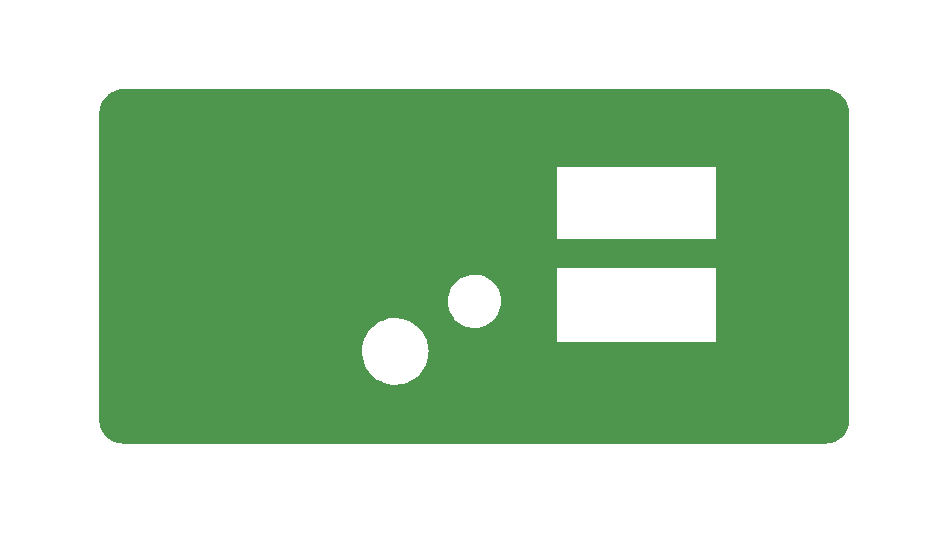
<source format=gbr>
%TF.GenerationSoftware,KiCad,Pcbnew,(6.0.6)*%
%TF.CreationDate,2022-11-01T14:59:24+00:00*%
%TF.ProjectId,frontcase,66726f6e-7463-4617-9365-2e6b69636164,rev?*%
%TF.SameCoordinates,Original*%
%TF.FileFunction,Copper,L2,Bot*%
%TF.FilePolarity,Positive*%
%FSLAX46Y46*%
G04 Gerber Fmt 4.6, Leading zero omitted, Abs format (unit mm)*
G04 Created by KiCad (PCBNEW (6.0.6)) date 2022-11-01 14:59:24*
%MOMM*%
%LPD*%
G01*
G04 APERTURE LIST*
%TA.AperFunction,ComponentPad*%
%ADD10C,5.000000*%
%TD*%
%TA.AperFunction,ComponentPad*%
%ADD11C,13.000000*%
%TD*%
G04 APERTURE END LIST*
D10*
%TO.P,REF\u002A\u002A,1*%
%TO.N,GND*%
X169750000Y-107500000D03*
X118250000Y-86000000D03*
X118250000Y-107500000D03*
X169750000Y-86000000D03*
D11*
%TO.P,REF\u002A\u002A,2*%
X127200000Y-96600000D03*
%TD*%
%TA.AperFunction,Conductor*%
%TO.N,GND*%
G36*
X173754122Y-81001270D02*
G01*
X173917113Y-81011953D01*
X173917430Y-81011975D01*
X174007453Y-81018413D01*
X174023042Y-81020513D01*
X174165622Y-81048874D01*
X174167823Y-81049332D01*
X174239488Y-81064921D01*
X174275795Y-81072819D01*
X174289502Y-81076624D01*
X174423370Y-81122066D01*
X174426875Y-81123314D01*
X174534080Y-81163299D01*
X174545769Y-81168347D01*
X174613557Y-81201776D01*
X174671129Y-81230167D01*
X174675748Y-81232565D01*
X174728077Y-81261139D01*
X174777492Y-81288122D01*
X174787107Y-81293944D01*
X174862445Y-81344282D01*
X174902694Y-81371177D01*
X174908174Y-81375054D01*
X174974383Y-81424617D01*
X175001478Y-81444901D01*
X175009046Y-81451036D01*
X175113336Y-81542496D01*
X175119353Y-81548133D01*
X175201867Y-81630647D01*
X175207504Y-81636664D01*
X175298964Y-81740954D01*
X175305097Y-81748519D01*
X175374946Y-81841826D01*
X175378830Y-81847315D01*
X175456056Y-81962893D01*
X175461878Y-81972508D01*
X175488861Y-82021923D01*
X175517435Y-82074252D01*
X175519843Y-82078890D01*
X175581653Y-82204231D01*
X175586703Y-82215925D01*
X175626677Y-82323099D01*
X175627932Y-82326625D01*
X175673376Y-82460498D01*
X175677182Y-82474210D01*
X175700668Y-82582177D01*
X175701126Y-82584378D01*
X175729487Y-82726958D01*
X175731587Y-82742547D01*
X175738025Y-82832570D01*
X175738047Y-82832887D01*
X175748730Y-82995877D01*
X175749000Y-83004118D01*
X175749000Y-108995882D01*
X175748730Y-109004122D01*
X175738047Y-109167113D01*
X175738025Y-109167430D01*
X175731587Y-109257451D01*
X175729487Y-109273042D01*
X175701126Y-109415622D01*
X175700668Y-109417823D01*
X175677182Y-109525790D01*
X175673376Y-109539502D01*
X175627934Y-109673370D01*
X175626677Y-109676901D01*
X175586703Y-109784075D01*
X175581653Y-109795769D01*
X175519843Y-109921110D01*
X175517435Y-109925748D01*
X175488861Y-109978077D01*
X175461878Y-110027492D01*
X175456056Y-110037107D01*
X175378830Y-110152685D01*
X175374946Y-110158174D01*
X175325383Y-110224383D01*
X175305099Y-110251478D01*
X175298964Y-110259046D01*
X175207504Y-110363336D01*
X175201867Y-110369353D01*
X175119353Y-110451867D01*
X175113336Y-110457504D01*
X175009046Y-110548964D01*
X175001478Y-110555099D01*
X174908174Y-110624946D01*
X174902694Y-110628823D01*
X174862445Y-110655718D01*
X174787107Y-110706056D01*
X174777492Y-110711878D01*
X174728077Y-110738861D01*
X174675748Y-110767435D01*
X174671129Y-110769833D01*
X174613557Y-110798224D01*
X174545769Y-110831653D01*
X174534080Y-110836701D01*
X174426875Y-110876686D01*
X174423375Y-110877932D01*
X174289502Y-110923376D01*
X174275795Y-110927181D01*
X174239488Y-110935079D01*
X174167823Y-110950668D01*
X174165622Y-110951126D01*
X174023042Y-110979487D01*
X174007453Y-110981587D01*
X173917430Y-110988025D01*
X173917113Y-110988047D01*
X173754122Y-110998730D01*
X173745882Y-110999000D01*
X114254118Y-110999000D01*
X114245878Y-110998730D01*
X114082887Y-110988047D01*
X114082570Y-110988025D01*
X113992547Y-110981587D01*
X113976958Y-110979487D01*
X113834378Y-110951126D01*
X113832177Y-110950668D01*
X113760512Y-110935079D01*
X113724205Y-110927181D01*
X113710498Y-110923376D01*
X113576625Y-110877932D01*
X113573125Y-110876686D01*
X113465920Y-110836701D01*
X113454231Y-110831653D01*
X113386443Y-110798224D01*
X113328871Y-110769833D01*
X113324252Y-110767435D01*
X113271923Y-110738861D01*
X113222508Y-110711878D01*
X113212893Y-110706056D01*
X113137871Y-110655928D01*
X113097302Y-110628821D01*
X113091830Y-110624950D01*
X112998513Y-110555094D01*
X112990971Y-110548979D01*
X112886648Y-110457490D01*
X112880647Y-110451868D01*
X112798132Y-110369353D01*
X112792510Y-110363352D01*
X112701021Y-110259029D01*
X112694902Y-110251481D01*
X112694900Y-110251478D01*
X112625050Y-110158170D01*
X112621172Y-110152688D01*
X112543944Y-110037107D01*
X112538122Y-110027492D01*
X112511139Y-109978077D01*
X112482565Y-109925748D01*
X112480157Y-109921110D01*
X112418347Y-109795769D01*
X112413297Y-109784075D01*
X112373323Y-109676901D01*
X112372066Y-109673370D01*
X112326624Y-109539502D01*
X112322818Y-109525790D01*
X112299332Y-109417823D01*
X112298874Y-109415622D01*
X112270513Y-109273042D01*
X112268413Y-109257451D01*
X112261975Y-109167430D01*
X112261953Y-109167113D01*
X112251270Y-109004122D01*
X112251000Y-108995882D01*
X112251000Y-103111341D01*
X134478817Y-103111341D01*
X134478912Y-103114971D01*
X134478912Y-103114972D01*
X134481139Y-103200000D01*
X134487323Y-103436187D01*
X134533110Y-103757903D01*
X134615571Y-104072224D01*
X134733612Y-104374984D01*
X134735309Y-104378189D01*
X134860330Y-104614313D01*
X134885669Y-104662171D01*
X135069727Y-104929977D01*
X135072104Y-104932701D01*
X135072108Y-104932707D01*
X135243693Y-105129397D01*
X135283347Y-105174853D01*
X135523695Y-105393554D01*
X135787588Y-105583180D01*
X136071527Y-105741218D01*
X136371749Y-105865574D01*
X136375243Y-105866569D01*
X136375245Y-105866570D01*
X136680773Y-105953602D01*
X136680778Y-105953603D01*
X136684274Y-105954599D01*
X136687855Y-105955185D01*
X136687862Y-105955187D01*
X137001380Y-106006528D01*
X137001384Y-106006528D01*
X137004960Y-106007114D01*
X137008586Y-106007285D01*
X137325930Y-106022250D01*
X137325931Y-106022250D01*
X137329557Y-106022421D01*
X137340043Y-106021706D01*
X137650132Y-106000567D01*
X137650140Y-106000566D01*
X137653763Y-106000319D01*
X137657339Y-105999656D01*
X137657341Y-105999656D01*
X137969714Y-105941761D01*
X137969718Y-105941760D01*
X137973279Y-105941100D01*
X138283871Y-105845550D01*
X138581423Y-105714934D01*
X138861990Y-105550984D01*
X139121853Y-105355872D01*
X139357569Y-105132186D01*
X139566013Y-104882890D01*
X139744423Y-104611288D01*
X139890432Y-104320980D01*
X140002107Y-104015814D01*
X140002952Y-104012292D01*
X140002955Y-104012284D01*
X140077120Y-103703364D01*
X140077121Y-103703360D01*
X140077967Y-103699835D01*
X140109872Y-103436187D01*
X140116670Y-103380010D01*
X140116670Y-103380003D01*
X140117006Y-103377231D01*
X140122576Y-103200000D01*
X140122415Y-103197204D01*
X140104079Y-102879201D01*
X140104078Y-102879196D01*
X140103870Y-102875581D01*
X140048000Y-102555462D01*
X140021506Y-102466018D01*
X140010068Y-102427406D01*
X140001950Y-102400000D01*
X150998918Y-102400000D01*
X150999000Y-102400198D01*
X150999235Y-102400765D01*
X151000000Y-102401082D01*
X151000198Y-102401000D01*
X164499802Y-102401000D01*
X164500000Y-102401082D01*
X164500765Y-102400765D01*
X164501000Y-102400198D01*
X164501082Y-102400000D01*
X164501000Y-102399802D01*
X164501000Y-96100198D01*
X164501082Y-96100000D01*
X164500765Y-96099235D01*
X164500198Y-96099000D01*
X164500000Y-96098918D01*
X164499802Y-96099000D01*
X151000198Y-96099000D01*
X151000000Y-96098918D01*
X150999802Y-96099000D01*
X150999235Y-96099235D01*
X150998918Y-96100000D01*
X150999000Y-96100198D01*
X150999000Y-102399802D01*
X150998918Y-102400000D01*
X140001950Y-102400000D01*
X139955707Y-102243886D01*
X139954286Y-102240555D01*
X139954283Y-102240546D01*
X139829637Y-101948317D01*
X139828215Y-101944983D01*
X139667211Y-101662715D01*
X139474832Y-101400822D01*
X139253627Y-101162777D01*
X139095150Y-101027425D01*
X139009299Y-100954101D01*
X139009294Y-100954097D01*
X139006527Y-100951734D01*
X138993878Y-100943234D01*
X138739816Y-100772511D01*
X138739812Y-100772509D01*
X138736808Y-100770490D01*
X138448045Y-100621449D01*
X138444664Y-100620171D01*
X138444654Y-100620167D01*
X138201050Y-100528117D01*
X138144065Y-100506584D01*
X138140544Y-100505700D01*
X138140539Y-100505698D01*
X137989664Y-100467801D01*
X137828898Y-100427420D01*
X137805319Y-100424316D01*
X137510324Y-100385478D01*
X137510316Y-100385477D01*
X137506720Y-100385004D01*
X137372076Y-100382889D01*
X137185445Y-100379957D01*
X137185441Y-100379957D01*
X137181803Y-100379900D01*
X137178189Y-100380261D01*
X137178183Y-100380261D01*
X137057336Y-100392324D01*
X136858452Y-100412175D01*
X136854906Y-100412948D01*
X136854907Y-100412948D01*
X136544492Y-100480628D01*
X136544486Y-100480630D01*
X136540953Y-100481400D01*
X136413784Y-100524940D01*
X136236947Y-100585485D01*
X136236942Y-100585487D01*
X136233516Y-100586660D01*
X136230248Y-100588219D01*
X136230240Y-100588222D01*
X136080866Y-100659470D01*
X135940214Y-100726558D01*
X135664935Y-100899240D01*
X135662099Y-100901512D01*
X135662092Y-100901517D01*
X135461330Y-101062358D01*
X135411328Y-101102417D01*
X135182754Y-101333397D01*
X134982244Y-101589118D01*
X134812454Y-101866190D01*
X134810927Y-101869480D01*
X134810922Y-101869489D01*
X134696956Y-102115007D01*
X134675635Y-102160940D01*
X134573601Y-102469464D01*
X134507704Y-102787670D01*
X134478817Y-103111341D01*
X112251000Y-103111341D01*
X112251000Y-98997236D01*
X141744958Y-98997236D01*
X141771014Y-99295065D01*
X141836232Y-99586832D01*
X141939464Y-99867410D01*
X142078898Y-100131870D01*
X142252084Y-100375565D01*
X142301263Y-100428303D01*
X142450390Y-100588222D01*
X142455979Y-100594216D01*
X142687000Y-100783979D01*
X142941090Y-100941521D01*
X143213783Y-101064074D01*
X143334781Y-101100145D01*
X143496290Y-101148293D01*
X143496292Y-101148293D01*
X143500289Y-101149485D01*
X143504409Y-101150138D01*
X143504411Y-101150138D01*
X143569342Y-101160422D01*
X143795575Y-101196254D01*
X143838135Y-101198187D01*
X143887659Y-101200436D01*
X143887678Y-101200436D01*
X143889078Y-101200500D01*
X144075834Y-101200500D01*
X144298309Y-101185723D01*
X144591377Y-101126630D01*
X144874056Y-101029296D01*
X144877789Y-101027427D01*
X144877793Y-101027425D01*
X145137640Y-100897303D01*
X145137642Y-100897302D01*
X145141378Y-100895431D01*
X145388647Y-100727387D01*
X145611520Y-100528117D01*
X145806079Y-100301120D01*
X145968908Y-100050386D01*
X146097145Y-99780319D01*
X146188538Y-99495664D01*
X146241480Y-99201422D01*
X146250564Y-99001389D01*
X146254853Y-98906934D01*
X146254853Y-98906929D01*
X146255042Y-98902764D01*
X146228986Y-98604935D01*
X146163768Y-98313168D01*
X146060536Y-98032590D01*
X145921102Y-97768130D01*
X145747916Y-97524435D01*
X145544021Y-97305784D01*
X145313000Y-97116021D01*
X145058910Y-96958479D01*
X144786217Y-96835926D01*
X144573603Y-96772543D01*
X144503710Y-96751707D01*
X144503708Y-96751707D01*
X144499711Y-96750515D01*
X144495591Y-96749862D01*
X144495589Y-96749862D01*
X144377577Y-96731171D01*
X144204425Y-96703746D01*
X144161865Y-96701813D01*
X144112341Y-96699564D01*
X144112322Y-96699564D01*
X144110922Y-96699500D01*
X143924166Y-96699500D01*
X143701691Y-96714277D01*
X143408623Y-96773370D01*
X143125944Y-96870704D01*
X143122211Y-96872573D01*
X143122207Y-96872575D01*
X142946268Y-96960679D01*
X142858622Y-97004569D01*
X142611353Y-97172613D01*
X142388480Y-97371883D01*
X142193921Y-97598880D01*
X142031092Y-97849614D01*
X141902855Y-98119681D01*
X141811462Y-98404336D01*
X141758520Y-98698578D01*
X141758331Y-98702745D01*
X141758330Y-98702752D01*
X141745147Y-98993066D01*
X141744958Y-98997236D01*
X112251000Y-98997236D01*
X112251000Y-93700000D01*
X150998918Y-93700000D01*
X150999000Y-93700198D01*
X150999235Y-93700765D01*
X151000000Y-93701082D01*
X151000198Y-93701000D01*
X164499802Y-93701000D01*
X164500000Y-93701082D01*
X164500765Y-93700765D01*
X164501000Y-93700198D01*
X164501082Y-93700000D01*
X164501000Y-93699802D01*
X164501000Y-87560198D01*
X164501082Y-87560000D01*
X164500765Y-87559235D01*
X164500198Y-87559000D01*
X164500000Y-87558918D01*
X164499802Y-87559000D01*
X151000198Y-87559000D01*
X151000000Y-87558918D01*
X150999802Y-87559000D01*
X150999235Y-87559235D01*
X150998918Y-87560000D01*
X150999000Y-87560198D01*
X150999000Y-93699802D01*
X150998918Y-93700000D01*
X112251000Y-93700000D01*
X112251000Y-83004118D01*
X112251270Y-82995877D01*
X112261953Y-82832887D01*
X112261975Y-82832570D01*
X112268413Y-82742547D01*
X112270513Y-82726958D01*
X112298874Y-82584378D01*
X112299332Y-82582177D01*
X112322818Y-82474210D01*
X112326624Y-82460498D01*
X112372068Y-82326625D01*
X112373323Y-82323099D01*
X112413297Y-82215925D01*
X112418347Y-82204231D01*
X112480157Y-82078890D01*
X112482565Y-82074252D01*
X112511139Y-82021923D01*
X112538122Y-81972508D01*
X112543944Y-81962893D01*
X112621172Y-81847312D01*
X112625050Y-81841830D01*
X112694906Y-81748513D01*
X112701021Y-81740971D01*
X112792510Y-81636648D01*
X112798132Y-81630647D01*
X112880647Y-81548132D01*
X112886648Y-81542510D01*
X112990971Y-81451021D01*
X112998519Y-81444902D01*
X113091830Y-81375050D01*
X113097302Y-81371179D01*
X113137871Y-81344072D01*
X113212893Y-81293944D01*
X113222508Y-81288122D01*
X113271923Y-81261139D01*
X113324252Y-81232565D01*
X113328871Y-81230167D01*
X113386443Y-81201776D01*
X113454231Y-81168347D01*
X113465920Y-81163299D01*
X113573125Y-81123314D01*
X113576630Y-81122066D01*
X113710498Y-81076624D01*
X113724205Y-81072819D01*
X113760512Y-81064921D01*
X113832177Y-81049332D01*
X113834378Y-81048874D01*
X113976958Y-81020513D01*
X113992547Y-81018413D01*
X114082570Y-81011975D01*
X114082887Y-81011953D01*
X114245878Y-81001270D01*
X114254118Y-81001000D01*
X173745882Y-81001000D01*
X173754122Y-81001270D01*
G37*
%TD.AperFunction*%
%TD*%
%TA.AperFunction,NonConductor*%
G36*
X173754122Y-81001270D02*
G01*
X173917113Y-81011953D01*
X173917430Y-81011975D01*
X174007453Y-81018413D01*
X174023042Y-81020513D01*
X174165622Y-81048874D01*
X174167823Y-81049332D01*
X174239488Y-81064921D01*
X174275795Y-81072819D01*
X174289502Y-81076624D01*
X174423370Y-81122066D01*
X174426875Y-81123314D01*
X174534080Y-81163299D01*
X174545769Y-81168347D01*
X174613557Y-81201776D01*
X174671129Y-81230167D01*
X174675748Y-81232565D01*
X174728077Y-81261139D01*
X174777492Y-81288122D01*
X174787107Y-81293944D01*
X174862445Y-81344282D01*
X174902694Y-81371177D01*
X174908174Y-81375054D01*
X174974383Y-81424617D01*
X175001478Y-81444901D01*
X175009046Y-81451036D01*
X175113336Y-81542496D01*
X175119353Y-81548133D01*
X175201867Y-81630647D01*
X175207504Y-81636664D01*
X175298964Y-81740954D01*
X175305097Y-81748519D01*
X175374946Y-81841826D01*
X175378830Y-81847315D01*
X175456056Y-81962893D01*
X175461878Y-81972508D01*
X175488861Y-82021923D01*
X175517435Y-82074252D01*
X175519843Y-82078890D01*
X175581653Y-82204231D01*
X175586703Y-82215925D01*
X175626677Y-82323099D01*
X175627932Y-82326625D01*
X175673376Y-82460498D01*
X175677182Y-82474210D01*
X175700668Y-82582177D01*
X175701126Y-82584378D01*
X175729487Y-82726958D01*
X175731587Y-82742547D01*
X175738025Y-82832570D01*
X175738047Y-82832887D01*
X175748730Y-82995877D01*
X175749000Y-83004118D01*
X175749000Y-108995882D01*
X175748730Y-109004122D01*
X175738047Y-109167113D01*
X175738025Y-109167430D01*
X175731587Y-109257451D01*
X175729487Y-109273042D01*
X175701126Y-109415622D01*
X175700668Y-109417823D01*
X175677182Y-109525790D01*
X175673376Y-109539502D01*
X175666583Y-109559515D01*
X175627934Y-109673370D01*
X175626686Y-109676875D01*
X175586703Y-109784075D01*
X175581653Y-109795769D01*
X175548224Y-109863557D01*
X175521151Y-109918458D01*
X175519843Y-109921110D01*
X175517435Y-109925748D01*
X175488861Y-109978077D01*
X175461878Y-110027492D01*
X175456056Y-110037107D01*
X175378830Y-110152685D01*
X175374946Y-110158174D01*
X175340031Y-110204815D01*
X175305099Y-110251478D01*
X175298964Y-110259046D01*
X175207504Y-110363336D01*
X175201867Y-110369353D01*
X175119353Y-110451867D01*
X175113336Y-110457504D01*
X175009046Y-110548964D01*
X175001478Y-110555099D01*
X174908174Y-110624946D01*
X174902694Y-110628823D01*
X174862445Y-110655718D01*
X174787107Y-110706056D01*
X174777492Y-110711878D01*
X174728077Y-110738861D01*
X174675748Y-110767435D01*
X174671129Y-110769833D01*
X174613557Y-110798224D01*
X174545769Y-110831653D01*
X174534080Y-110836701D01*
X174426875Y-110876686D01*
X174423375Y-110877932D01*
X174289502Y-110923376D01*
X174275795Y-110927181D01*
X174239488Y-110935079D01*
X174167823Y-110950668D01*
X174165622Y-110951126D01*
X174023042Y-110979487D01*
X174007453Y-110981587D01*
X173917430Y-110988025D01*
X173917113Y-110988047D01*
X173754122Y-110998730D01*
X173745882Y-110999000D01*
X114254118Y-110999000D01*
X114245878Y-110998730D01*
X114082887Y-110988047D01*
X114082570Y-110988025D01*
X113992547Y-110981587D01*
X113976958Y-110979487D01*
X113834378Y-110951126D01*
X113832177Y-110950668D01*
X113760512Y-110935079D01*
X113724205Y-110927181D01*
X113710498Y-110923376D01*
X113576625Y-110877932D01*
X113573125Y-110876686D01*
X113465920Y-110836701D01*
X113454231Y-110831653D01*
X113386443Y-110798224D01*
X113328871Y-110769833D01*
X113324252Y-110767435D01*
X113271923Y-110738861D01*
X113222508Y-110711878D01*
X113212893Y-110706056D01*
X113137871Y-110655928D01*
X113097302Y-110628821D01*
X113091830Y-110624950D01*
X112998513Y-110555094D01*
X112990971Y-110548979D01*
X112886648Y-110457490D01*
X112880647Y-110451868D01*
X112798132Y-110369353D01*
X112792510Y-110363352D01*
X112701021Y-110259029D01*
X112694902Y-110251481D01*
X112694900Y-110251478D01*
X112625050Y-110158170D01*
X112621172Y-110152688D01*
X112543944Y-110037107D01*
X112538122Y-110027492D01*
X112511139Y-109978077D01*
X112482565Y-109925748D01*
X112480157Y-109921110D01*
X112478850Y-109918458D01*
X112451776Y-109863557D01*
X112418347Y-109795769D01*
X112413297Y-109784075D01*
X112373314Y-109676875D01*
X112372066Y-109673370D01*
X112333417Y-109559515D01*
X112326624Y-109539502D01*
X112322818Y-109525790D01*
X112299332Y-109417823D01*
X112298874Y-109415622D01*
X112270513Y-109273042D01*
X112268413Y-109257451D01*
X112261975Y-109167430D01*
X112261953Y-109167113D01*
X112251270Y-109004122D01*
X112251000Y-108995882D01*
X112251000Y-107471669D01*
X115544712Y-107471669D01*
X115560902Y-107796879D01*
X115561543Y-107800610D01*
X115561544Y-107800618D01*
X115576030Y-107884916D01*
X115616045Y-108117789D01*
X115617133Y-108121428D01*
X115617134Y-108121431D01*
X115640697Y-108200218D01*
X115709341Y-108429749D01*
X115839439Y-108728242D01*
X116004455Y-109008944D01*
X116006756Y-109011959D01*
X116199698Y-109264775D01*
X116199703Y-109264781D01*
X116201998Y-109267788D01*
X116429208Y-109501025D01*
X116682792Y-109705276D01*
X116959078Y-109877583D01*
X117254063Y-110015451D01*
X117563474Y-110116881D01*
X117882830Y-110180405D01*
X117886602Y-110180692D01*
X117886610Y-110180693D01*
X118203728Y-110204815D01*
X118203733Y-110204815D01*
X118207505Y-110205102D01*
X118532795Y-110190615D01*
X118853989Y-110137154D01*
X119166434Y-110045493D01*
X119465604Y-109916959D01*
X119468882Y-109915055D01*
X119468888Y-109915052D01*
X119694380Y-109784075D01*
X119747165Y-109753415D01*
X120007040Y-109557230D01*
X120241464Y-109331245D01*
X120243862Y-109328300D01*
X120444643Y-109081678D01*
X120444647Y-109081672D01*
X120447040Y-109078733D01*
X120620792Y-108803354D01*
X120760202Y-108509095D01*
X120863251Y-108200218D01*
X120928446Y-107881199D01*
X120954843Y-107556658D01*
X120955436Y-107500000D01*
X120953728Y-107471669D01*
X167044712Y-107471669D01*
X167060902Y-107796879D01*
X167061543Y-107800610D01*
X167061544Y-107800618D01*
X167076030Y-107884916D01*
X167116045Y-108117789D01*
X167117133Y-108121428D01*
X167117134Y-108121431D01*
X167140697Y-108200218D01*
X167209341Y-108429749D01*
X167339439Y-108728242D01*
X167504455Y-109008944D01*
X167506756Y-109011959D01*
X167699698Y-109264775D01*
X167699703Y-109264781D01*
X167701998Y-109267788D01*
X167929208Y-109501025D01*
X168182792Y-109705276D01*
X168459078Y-109877583D01*
X168754063Y-110015451D01*
X169063474Y-110116881D01*
X169382830Y-110180405D01*
X169386602Y-110180692D01*
X169386610Y-110180693D01*
X169703728Y-110204815D01*
X169703733Y-110204815D01*
X169707505Y-110205102D01*
X170032795Y-110190615D01*
X170353989Y-110137154D01*
X170666434Y-110045493D01*
X170965604Y-109916959D01*
X170968882Y-109915055D01*
X170968888Y-109915052D01*
X171194380Y-109784075D01*
X171247165Y-109753415D01*
X171507040Y-109557230D01*
X171741464Y-109331245D01*
X171743862Y-109328300D01*
X171944643Y-109081678D01*
X171944647Y-109081672D01*
X171947040Y-109078733D01*
X172120792Y-108803354D01*
X172260202Y-108509095D01*
X172363251Y-108200218D01*
X172428446Y-107881199D01*
X172454843Y-107556658D01*
X172455436Y-107500000D01*
X172435841Y-107174977D01*
X172431399Y-107150651D01*
X172378025Y-106858404D01*
X172377342Y-106854663D01*
X172280784Y-106543696D01*
X172147567Y-106246582D01*
X171979621Y-105967624D01*
X171977294Y-105964640D01*
X171977289Y-105964633D01*
X171781713Y-105713858D01*
X171781711Y-105713856D01*
X171779377Y-105710863D01*
X171549738Y-105480018D01*
X171294029Y-105278433D01*
X171015954Y-105109029D01*
X170897453Y-105055150D01*
X170722994Y-104975827D01*
X170722986Y-104975824D01*
X170719542Y-104974258D01*
X170409085Y-104876073D01*
X170267071Y-104849368D01*
X170092805Y-104816597D01*
X170092800Y-104816596D01*
X170089081Y-104815897D01*
X169764166Y-104794601D01*
X169760386Y-104794809D01*
X169760385Y-104794809D01*
X169663156Y-104800160D01*
X169439045Y-104812494D01*
X169435318Y-104813155D01*
X169435314Y-104813155D01*
X169176625Y-104859001D01*
X169118429Y-104869315D01*
X169114804Y-104870420D01*
X169114799Y-104870421D01*
X168929200Y-104926988D01*
X168806961Y-104964244D01*
X168803497Y-104965775D01*
X168803490Y-104965778D01*
X168619938Y-105046926D01*
X168509153Y-105095903D01*
X168505899Y-105097839D01*
X168505893Y-105097842D01*
X168376449Y-105174853D01*
X168229319Y-105262386D01*
X168226318Y-105264701D01*
X168226314Y-105264704D01*
X168108144Y-105355872D01*
X167971513Y-105461282D01*
X167968812Y-105463941D01*
X167968805Y-105463947D01*
X167847685Y-105583180D01*
X167739469Y-105689710D01*
X167737105Y-105692677D01*
X167737102Y-105692680D01*
X167598536Y-105866570D01*
X167536548Y-105944360D01*
X167365690Y-106221544D01*
X167229369Y-106517247D01*
X167228210Y-106520848D01*
X167228207Y-106520854D01*
X167219682Y-106547327D01*
X167129560Y-106827185D01*
X167128841Y-106830901D01*
X167128839Y-106830909D01*
X167068428Y-107143151D01*
X167068427Y-107143160D01*
X167067709Y-107146870D01*
X167067442Y-107150646D01*
X167067441Y-107150651D01*
X167065719Y-107174977D01*
X167044712Y-107471669D01*
X120953728Y-107471669D01*
X120935841Y-107174977D01*
X120931399Y-107150651D01*
X120878025Y-106858404D01*
X120877342Y-106854663D01*
X120780784Y-106543696D01*
X120647567Y-106246582D01*
X120479621Y-105967624D01*
X120477294Y-105964640D01*
X120477289Y-105964633D01*
X120281713Y-105713858D01*
X120281711Y-105713856D01*
X120279377Y-105710863D01*
X120049738Y-105480018D01*
X119794029Y-105278433D01*
X119515954Y-105109029D01*
X119397453Y-105055150D01*
X119222994Y-104975827D01*
X119222986Y-104975824D01*
X119219542Y-104974258D01*
X118909085Y-104876073D01*
X118767071Y-104849368D01*
X118592805Y-104816597D01*
X118592800Y-104816596D01*
X118589081Y-104815897D01*
X118264166Y-104794601D01*
X118260386Y-104794809D01*
X118260385Y-104794809D01*
X118163156Y-104800160D01*
X117939045Y-104812494D01*
X117935318Y-104813155D01*
X117935314Y-104813155D01*
X117676625Y-104859001D01*
X117618429Y-104869315D01*
X117614804Y-104870420D01*
X117614799Y-104870421D01*
X117429200Y-104926988D01*
X117306961Y-104964244D01*
X117303497Y-104965775D01*
X117303490Y-104965778D01*
X117119938Y-105046926D01*
X117009153Y-105095903D01*
X117005899Y-105097839D01*
X117005893Y-105097842D01*
X116876449Y-105174853D01*
X116729319Y-105262386D01*
X116726318Y-105264701D01*
X116726314Y-105264704D01*
X116608144Y-105355872D01*
X116471513Y-105461282D01*
X116468812Y-105463941D01*
X116468805Y-105463947D01*
X116347685Y-105583180D01*
X116239469Y-105689710D01*
X116237105Y-105692677D01*
X116237102Y-105692680D01*
X116098536Y-105866570D01*
X116036548Y-105944360D01*
X115865690Y-106221544D01*
X115729369Y-106517247D01*
X115728210Y-106520848D01*
X115728207Y-106520854D01*
X115719682Y-106547327D01*
X115629560Y-106827185D01*
X115628841Y-106830901D01*
X115628839Y-106830909D01*
X115568428Y-107143151D01*
X115568427Y-107143160D01*
X115567709Y-107146870D01*
X115567442Y-107150646D01*
X115567441Y-107150651D01*
X115565719Y-107174977D01*
X115544712Y-107471669D01*
X112251000Y-107471669D01*
X112251000Y-96635476D01*
X120424621Y-96635476D01*
X120446353Y-97143386D01*
X120450142Y-97175398D01*
X120500679Y-97602382D01*
X120506106Y-97648236D01*
X120506558Y-97650549D01*
X120506558Y-97650551D01*
X120589582Y-98075692D01*
X120603543Y-98147185D01*
X120738118Y-98637424D01*
X120738912Y-98639647D01*
X120738913Y-98639651D01*
X120885498Y-99050177D01*
X120909070Y-99116192D01*
X120910036Y-99118366D01*
X121087065Y-99516916D01*
X121115439Y-99580796D01*
X121356063Y-100028618D01*
X121476836Y-100217829D01*
X121610618Y-100427420D01*
X121629586Y-100457137D01*
X121631009Y-100459036D01*
X121631012Y-100459040D01*
X121753976Y-100623111D01*
X121934469Y-100863943D01*
X122110406Y-101065268D01*
X122228529Y-101200436D01*
X122268996Y-101246743D01*
X122631283Y-101603383D01*
X122633080Y-101604904D01*
X122633083Y-101604907D01*
X123017486Y-101930328D01*
X123019291Y-101931856D01*
X123021196Y-101933238D01*
X123021203Y-101933243D01*
X123041989Y-101948317D01*
X123430835Y-102230312D01*
X123432838Y-102231547D01*
X123432846Y-102231552D01*
X123861584Y-102495830D01*
X123861593Y-102495835D01*
X123863598Y-102497071D01*
X123865704Y-102498160D01*
X123865707Y-102498162D01*
X124313038Y-102729541D01*
X124313045Y-102729544D01*
X124315144Y-102730630D01*
X124317309Y-102731551D01*
X124317317Y-102731555D01*
X124457683Y-102791281D01*
X124782932Y-102929676D01*
X125264326Y-103093088D01*
X125266609Y-103093676D01*
X125266608Y-103093676D01*
X125754328Y-103219355D01*
X125754337Y-103219357D01*
X125756619Y-103219945D01*
X126016224Y-103266422D01*
X126254700Y-103309116D01*
X126254710Y-103309117D01*
X126257037Y-103309534D01*
X126259392Y-103309775D01*
X126259397Y-103309776D01*
X126562498Y-103340831D01*
X126762763Y-103361349D01*
X126824900Y-103363356D01*
X127045066Y-103370468D01*
X127045094Y-103370468D01*
X127046071Y-103370500D01*
X127332438Y-103370500D01*
X127333624Y-103370455D01*
X127333649Y-103370455D01*
X127705648Y-103356489D01*
X127705651Y-103356489D01*
X127708016Y-103356400D01*
X128213173Y-103299291D01*
X128712625Y-103204467D01*
X129058968Y-103111341D01*
X134478817Y-103111341D01*
X134478912Y-103114971D01*
X134478912Y-103114972D01*
X134485358Y-103361125D01*
X134487323Y-103436187D01*
X134533110Y-103757903D01*
X134615571Y-104072224D01*
X134733612Y-104374984D01*
X134735309Y-104378189D01*
X134860330Y-104614313D01*
X134885669Y-104662171D01*
X135069727Y-104929977D01*
X135072104Y-104932701D01*
X135072108Y-104932707D01*
X135227642Y-105110998D01*
X135283347Y-105174853D01*
X135523695Y-105393554D01*
X135787588Y-105583180D01*
X136071527Y-105741218D01*
X136371749Y-105865574D01*
X136375243Y-105866569D01*
X136375245Y-105866570D01*
X136680773Y-105953602D01*
X136680778Y-105953603D01*
X136684274Y-105954599D01*
X136687855Y-105955185D01*
X136687862Y-105955187D01*
X137001380Y-106006528D01*
X137001384Y-106006528D01*
X137004960Y-106007114D01*
X137008586Y-106007285D01*
X137325930Y-106022250D01*
X137325931Y-106022250D01*
X137329557Y-106022421D01*
X137340043Y-106021706D01*
X137650132Y-106000567D01*
X137650140Y-106000566D01*
X137653763Y-106000319D01*
X137657339Y-105999656D01*
X137657341Y-105999656D01*
X137969714Y-105941761D01*
X137969718Y-105941760D01*
X137973279Y-105941100D01*
X138283871Y-105845550D01*
X138581423Y-105714934D01*
X138861990Y-105550984D01*
X139121853Y-105355872D01*
X139357569Y-105132186D01*
X139566013Y-104882890D01*
X139570952Y-104875372D01*
X139742436Y-104614313D01*
X139742436Y-104614312D01*
X139744423Y-104611288D01*
X139890432Y-104320980D01*
X140002107Y-104015814D01*
X140002952Y-104012292D01*
X140002955Y-104012284D01*
X140077120Y-103703364D01*
X140077121Y-103703360D01*
X140077967Y-103699835D01*
X140109872Y-103436187D01*
X140116670Y-103380010D01*
X140116670Y-103380003D01*
X140117006Y-103377231D01*
X140119456Y-103299291D01*
X140122488Y-103202797D01*
X140122576Y-103200000D01*
X140122415Y-103197204D01*
X140104079Y-102879201D01*
X140104078Y-102879196D01*
X140103870Y-102875581D01*
X140048000Y-102555462D01*
X140021506Y-102466018D01*
X140010068Y-102427406D01*
X140001950Y-102400000D01*
X150998918Y-102400000D01*
X150999000Y-102400198D01*
X150999235Y-102400765D01*
X151000000Y-102401082D01*
X151000198Y-102401000D01*
X164499802Y-102401000D01*
X164500000Y-102401082D01*
X164500765Y-102400765D01*
X164501000Y-102400198D01*
X164501082Y-102400000D01*
X164501000Y-102399802D01*
X164501000Y-96100198D01*
X164501082Y-96100000D01*
X164500765Y-96099235D01*
X164500198Y-96099000D01*
X164500000Y-96098918D01*
X164499802Y-96099000D01*
X151000198Y-96099000D01*
X151000000Y-96098918D01*
X150999802Y-96099000D01*
X150999235Y-96099235D01*
X150998918Y-96100000D01*
X150999000Y-96100198D01*
X150999000Y-102399802D01*
X150998918Y-102400000D01*
X140001950Y-102400000D01*
X139955707Y-102243886D01*
X139954286Y-102240555D01*
X139954283Y-102240546D01*
X139829637Y-101948317D01*
X139828215Y-101944983D01*
X139667211Y-101662715D01*
X139624747Y-101604907D01*
X139476975Y-101403739D01*
X139476973Y-101403736D01*
X139474832Y-101400822D01*
X139253627Y-101162777D01*
X139095150Y-101027425D01*
X139009299Y-100954101D01*
X139009294Y-100954097D01*
X139006527Y-100951734D01*
X138993878Y-100943234D01*
X138739816Y-100772511D01*
X138739812Y-100772509D01*
X138736808Y-100770490D01*
X138448045Y-100621449D01*
X138444664Y-100620171D01*
X138444654Y-100620167D01*
X138201050Y-100528117D01*
X138144065Y-100506584D01*
X138140544Y-100505700D01*
X138140539Y-100505698D01*
X137947207Y-100457137D01*
X137828898Y-100427420D01*
X137805319Y-100424316D01*
X137510324Y-100385478D01*
X137510316Y-100385477D01*
X137506720Y-100385004D01*
X137372076Y-100382889D01*
X137185445Y-100379957D01*
X137185441Y-100379957D01*
X137181803Y-100379900D01*
X137178189Y-100380261D01*
X137178183Y-100380261D01*
X137057336Y-100392324D01*
X136858452Y-100412175D01*
X136854906Y-100412948D01*
X136854907Y-100412948D01*
X136544492Y-100480628D01*
X136544486Y-100480630D01*
X136540953Y-100481400D01*
X136413784Y-100524940D01*
X136236947Y-100585485D01*
X136236942Y-100585487D01*
X136233516Y-100586660D01*
X136230248Y-100588219D01*
X136230240Y-100588222D01*
X136080866Y-100659470D01*
X135940214Y-100726558D01*
X135664935Y-100899240D01*
X135662099Y-100901512D01*
X135662092Y-100901517D01*
X135461330Y-101062358D01*
X135411328Y-101102417D01*
X135182754Y-101333397D01*
X134982244Y-101589118D01*
X134812454Y-101866190D01*
X134810927Y-101869480D01*
X134810922Y-101869489D01*
X134696956Y-102115007D01*
X134675635Y-102160940D01*
X134573601Y-102469464D01*
X134507704Y-102787670D01*
X134497320Y-102904018D01*
X134480394Y-103093676D01*
X134478817Y-103111341D01*
X129058968Y-103111341D01*
X129203562Y-103072462D01*
X129612790Y-102928751D01*
X129680990Y-102904801D01*
X129680995Y-102904799D01*
X129683219Y-102904018D01*
X130148896Y-102700085D01*
X130533853Y-102495830D01*
X130595890Y-102462914D01*
X130595896Y-102462910D01*
X130597972Y-102461809D01*
X130694219Y-102401082D01*
X130792857Y-102338845D01*
X131027918Y-102190533D01*
X131029799Y-102189138D01*
X131029813Y-102189129D01*
X131434420Y-101889188D01*
X131436314Y-101887784D01*
X131765216Y-101603383D01*
X131819070Y-101556816D01*
X131819075Y-101556812D01*
X131820861Y-101555267D01*
X132179393Y-101194852D01*
X132435575Y-100895431D01*
X132508365Y-100810355D01*
X132508366Y-100810354D01*
X132509893Y-100808569D01*
X132526310Y-100786180D01*
X132713486Y-100530904D01*
X132810500Y-100398594D01*
X132818976Y-100385004D01*
X133027662Y-100050386D01*
X133079521Y-99967233D01*
X133175464Y-99784101D01*
X133314348Y-99519002D01*
X133315441Y-99516916D01*
X133316368Y-99514768D01*
X133316375Y-99514754D01*
X133516001Y-99052339D01*
X133516004Y-99052331D01*
X133516934Y-99050177D01*
X133535215Y-98997236D01*
X141744958Y-98997236D01*
X141745321Y-99001384D01*
X141745321Y-99001389D01*
X141749779Y-99052339D01*
X141771014Y-99295065D01*
X141836232Y-99586832D01*
X141939464Y-99867410D01*
X141941415Y-99871110D01*
X141941417Y-99871115D01*
X141993147Y-99969229D01*
X142078898Y-100131870D01*
X142252084Y-100375565D01*
X142301263Y-100428303D01*
X142450390Y-100588222D01*
X142455979Y-100594216D01*
X142687000Y-100783979D01*
X142941090Y-100941521D01*
X143213783Y-101064074D01*
X143334781Y-101100145D01*
X143496290Y-101148293D01*
X143496292Y-101148293D01*
X143500289Y-101149485D01*
X143504409Y-101150138D01*
X143504411Y-101150138D01*
X143569342Y-101160422D01*
X143795575Y-101196254D01*
X143838135Y-101198187D01*
X143887659Y-101200436D01*
X143887678Y-101200436D01*
X143889078Y-101200500D01*
X144075834Y-101200500D01*
X144298309Y-101185723D01*
X144591377Y-101126630D01*
X144874056Y-101029296D01*
X144877789Y-101027427D01*
X144877793Y-101027425D01*
X145137640Y-100897303D01*
X145137642Y-100897302D01*
X145141378Y-100895431D01*
X145388647Y-100727387D01*
X145611520Y-100528117D01*
X145806079Y-100301120D01*
X145968908Y-100050386D01*
X146097145Y-99780319D01*
X146188538Y-99495664D01*
X146241480Y-99201422D01*
X146245351Y-99116192D01*
X146254853Y-98906934D01*
X146254853Y-98906929D01*
X146255042Y-98902764D01*
X146228986Y-98604935D01*
X146163768Y-98313168D01*
X146060536Y-98032590D01*
X145921102Y-97768130D01*
X145747916Y-97524435D01*
X145544021Y-97305784D01*
X145313000Y-97116021D01*
X145058910Y-96958479D01*
X144786217Y-96835926D01*
X144573603Y-96772543D01*
X144503710Y-96751707D01*
X144503708Y-96751707D01*
X144499711Y-96750515D01*
X144495591Y-96749862D01*
X144495589Y-96749862D01*
X144377577Y-96731171D01*
X144204425Y-96703746D01*
X144161865Y-96701813D01*
X144112341Y-96699564D01*
X144112322Y-96699564D01*
X144110922Y-96699500D01*
X143924166Y-96699500D01*
X143701691Y-96714277D01*
X143408623Y-96773370D01*
X143125944Y-96870704D01*
X143122211Y-96872573D01*
X143122207Y-96872575D01*
X142946268Y-96960679D01*
X142858622Y-97004569D01*
X142611353Y-97172613D01*
X142388480Y-97371883D01*
X142193921Y-97598880D01*
X142031092Y-97849614D01*
X141902855Y-98119681D01*
X141901576Y-98123664D01*
X141901575Y-98123667D01*
X141841993Y-98309243D01*
X141811462Y-98404336D01*
X141810721Y-98408455D01*
X141769123Y-98639651D01*
X141758520Y-98698578D01*
X141758331Y-98702745D01*
X141758330Y-98702752D01*
X141745147Y-98993066D01*
X141744958Y-98997236D01*
X133535215Y-98997236D01*
X133669240Y-98609101D01*
X133682093Y-98571879D01*
X133682096Y-98571869D01*
X133682864Y-98569645D01*
X133749314Y-98317252D01*
X133811695Y-98080310D01*
X133811696Y-98080307D01*
X133812297Y-98078023D01*
X133820677Y-98032590D01*
X133837620Y-97940721D01*
X133904504Y-97578081D01*
X133909918Y-97527842D01*
X133933515Y-97308840D01*
X133958967Y-97072633D01*
X133961090Y-97006918D01*
X133975303Y-96566884D01*
X133975303Y-96566878D01*
X133975379Y-96564524D01*
X133953647Y-96056614D01*
X133902474Y-95624254D01*
X133894171Y-95554101D01*
X133894169Y-95554091D01*
X133893894Y-95551764D01*
X133893442Y-95549449D01*
X133796909Y-95055129D01*
X133796908Y-95055126D01*
X133796457Y-95052815D01*
X133661882Y-94562576D01*
X133515300Y-94152057D01*
X133491730Y-94086048D01*
X133491728Y-94086044D01*
X133490930Y-94083808D01*
X133320449Y-93700000D01*
X150998918Y-93700000D01*
X150999000Y-93700198D01*
X150999235Y-93700765D01*
X151000000Y-93701082D01*
X151000198Y-93701000D01*
X164499802Y-93701000D01*
X164500000Y-93701082D01*
X164500765Y-93700765D01*
X164501000Y-93700198D01*
X164501082Y-93700000D01*
X164501000Y-93699802D01*
X164501000Y-87560198D01*
X164501082Y-87560000D01*
X164500765Y-87559235D01*
X164500198Y-87559000D01*
X164500000Y-87558918D01*
X164499802Y-87559000D01*
X151000198Y-87559000D01*
X151000000Y-87558918D01*
X150999802Y-87559000D01*
X150999235Y-87559235D01*
X150998918Y-87560000D01*
X150999000Y-87560198D01*
X150999000Y-93699802D01*
X150998918Y-93700000D01*
X133320449Y-93700000D01*
X133313896Y-93685246D01*
X133285530Y-93621385D01*
X133285527Y-93621380D01*
X133284561Y-93619204D01*
X133043937Y-93171382D01*
X132770414Y-92742863D01*
X132465531Y-92336057D01*
X132131004Y-91953257D01*
X131768717Y-91596617D01*
X131431111Y-91310812D01*
X131382514Y-91269672D01*
X131382513Y-91269671D01*
X131380709Y-91268144D01*
X131378804Y-91266762D01*
X131378797Y-91266757D01*
X130971076Y-90971074D01*
X130969165Y-90969688D01*
X130967162Y-90968453D01*
X130967154Y-90968448D01*
X130538416Y-90704170D01*
X130538407Y-90704165D01*
X130536402Y-90702929D01*
X130534293Y-90701838D01*
X130086962Y-90470459D01*
X130086955Y-90470456D01*
X130084856Y-90469370D01*
X130082691Y-90468449D01*
X130082683Y-90468445D01*
X129850962Y-90369847D01*
X129617068Y-90270324D01*
X129135674Y-90106912D01*
X129085120Y-90093885D01*
X128645672Y-89980645D01*
X128645663Y-89980643D01*
X128643381Y-89980055D01*
X128383776Y-89933578D01*
X128145300Y-89890884D01*
X128145290Y-89890883D01*
X128142963Y-89890466D01*
X128140608Y-89890225D01*
X128140603Y-89890224D01*
X127837502Y-89859169D01*
X127637237Y-89838651D01*
X127575100Y-89836644D01*
X127354934Y-89829532D01*
X127354906Y-89829532D01*
X127353929Y-89829500D01*
X127067562Y-89829500D01*
X127066376Y-89829545D01*
X127066351Y-89829545D01*
X126694352Y-89843511D01*
X126694349Y-89843511D01*
X126691984Y-89843600D01*
X126186827Y-89900709D01*
X125687375Y-89995533D01*
X125196438Y-90127538D01*
X124867595Y-90243020D01*
X124719010Y-90295199D01*
X124719005Y-90295201D01*
X124716781Y-90295982D01*
X124251104Y-90499915D01*
X123967120Y-90650594D01*
X123804110Y-90737086D01*
X123804104Y-90737090D01*
X123802028Y-90738191D01*
X123372082Y-91009467D01*
X123370201Y-91010862D01*
X123370187Y-91010871D01*
X123025008Y-91266757D01*
X122963686Y-91312216D01*
X122961902Y-91313759D01*
X122632875Y-91598268D01*
X122579139Y-91644733D01*
X122220607Y-92005148D01*
X121890107Y-92391431D01*
X121589500Y-92801406D01*
X121320479Y-93232767D01*
X121084559Y-93683084D01*
X121083632Y-93685232D01*
X121083625Y-93685246D01*
X121076789Y-93701082D01*
X120883066Y-94149823D01*
X120717136Y-94630355D01*
X120716538Y-94632627D01*
X120716536Y-94632633D01*
X120588305Y-95119690D01*
X120587703Y-95121977D01*
X120495496Y-95621919D01*
X120441033Y-96127367D01*
X120440956Y-96129746D01*
X120440956Y-96129748D01*
X120426837Y-96566884D01*
X120424621Y-96635476D01*
X112251000Y-96635476D01*
X112251000Y-85971669D01*
X115544712Y-85971669D01*
X115560902Y-86296879D01*
X115561543Y-86300610D01*
X115561544Y-86300618D01*
X115576030Y-86384916D01*
X115616045Y-86617789D01*
X115617133Y-86621428D01*
X115617134Y-86621431D01*
X115640697Y-86700218D01*
X115709341Y-86929749D01*
X115839439Y-87228242D01*
X116004455Y-87508944D01*
X116006756Y-87511959D01*
X116199698Y-87764775D01*
X116199703Y-87764781D01*
X116201998Y-87767788D01*
X116429208Y-88001025D01*
X116682792Y-88205276D01*
X116959078Y-88377583D01*
X117254063Y-88515451D01*
X117563474Y-88616881D01*
X117882830Y-88680405D01*
X117886602Y-88680692D01*
X117886610Y-88680693D01*
X118203728Y-88704815D01*
X118203733Y-88704815D01*
X118207505Y-88705102D01*
X118532795Y-88690615D01*
X118853989Y-88637154D01*
X119166434Y-88545493D01*
X119465604Y-88416959D01*
X119468882Y-88415055D01*
X119468888Y-88415052D01*
X119632708Y-88319897D01*
X119747165Y-88253415D01*
X120007040Y-88057230D01*
X120241464Y-87831245D01*
X120243862Y-87828300D01*
X120444643Y-87581678D01*
X120444647Y-87581672D01*
X120447040Y-87578733D01*
X120620792Y-87303354D01*
X120760202Y-87009095D01*
X120863251Y-86700218D01*
X120928446Y-86381199D01*
X120954843Y-86056658D01*
X120955436Y-86000000D01*
X120953728Y-85971669D01*
X167044712Y-85971669D01*
X167060902Y-86296879D01*
X167061543Y-86300610D01*
X167061544Y-86300618D01*
X167076030Y-86384916D01*
X167116045Y-86617789D01*
X167117133Y-86621428D01*
X167117134Y-86621431D01*
X167140697Y-86700218D01*
X167209341Y-86929749D01*
X167339439Y-87228242D01*
X167504455Y-87508944D01*
X167506756Y-87511959D01*
X167699698Y-87764775D01*
X167699703Y-87764781D01*
X167701998Y-87767788D01*
X167929208Y-88001025D01*
X168182792Y-88205276D01*
X168459078Y-88377583D01*
X168754063Y-88515451D01*
X169063474Y-88616881D01*
X169382830Y-88680405D01*
X169386602Y-88680692D01*
X169386610Y-88680693D01*
X169703728Y-88704815D01*
X169703733Y-88704815D01*
X169707505Y-88705102D01*
X170032795Y-88690615D01*
X170353989Y-88637154D01*
X170666434Y-88545493D01*
X170965604Y-88416959D01*
X170968882Y-88415055D01*
X170968888Y-88415052D01*
X171132708Y-88319897D01*
X171247165Y-88253415D01*
X171507040Y-88057230D01*
X171741464Y-87831245D01*
X171743862Y-87828300D01*
X171944643Y-87581678D01*
X171944647Y-87581672D01*
X171947040Y-87578733D01*
X172120792Y-87303354D01*
X172260202Y-87009095D01*
X172363251Y-86700218D01*
X172428446Y-86381199D01*
X172454843Y-86056658D01*
X172455436Y-86000000D01*
X172435841Y-85674977D01*
X172431399Y-85650651D01*
X172378025Y-85358404D01*
X172377342Y-85354663D01*
X172280784Y-85043696D01*
X172147567Y-84746582D01*
X171979621Y-84467624D01*
X171977294Y-84464640D01*
X171977289Y-84464633D01*
X171781713Y-84213858D01*
X171781711Y-84213856D01*
X171779377Y-84210863D01*
X171549738Y-83980018D01*
X171294029Y-83778433D01*
X171015954Y-83609029D01*
X170897453Y-83555150D01*
X170722994Y-83475827D01*
X170722986Y-83475824D01*
X170719542Y-83474258D01*
X170409085Y-83376073D01*
X170267071Y-83349368D01*
X170092805Y-83316597D01*
X170092800Y-83316596D01*
X170089081Y-83315897D01*
X169764166Y-83294601D01*
X169760386Y-83294809D01*
X169760385Y-83294809D01*
X169663156Y-83300160D01*
X169439045Y-83312494D01*
X169435318Y-83313155D01*
X169435314Y-83313155D01*
X169176625Y-83359001D01*
X169118429Y-83369315D01*
X169114804Y-83370420D01*
X169114799Y-83370421D01*
X168913196Y-83431866D01*
X168806961Y-83464244D01*
X168803497Y-83465775D01*
X168803490Y-83465778D01*
X168619938Y-83546926D01*
X168509153Y-83595903D01*
X168505899Y-83597839D01*
X168505893Y-83597842D01*
X168483780Y-83610998D01*
X168229319Y-83762386D01*
X167971513Y-83961282D01*
X167968812Y-83963941D01*
X167968805Y-83963947D01*
X167742177Y-84187044D01*
X167739469Y-84189710D01*
X167737105Y-84192677D01*
X167737102Y-84192680D01*
X167722613Y-84210863D01*
X167536548Y-84444360D01*
X167365690Y-84721544D01*
X167229369Y-85017247D01*
X167228210Y-85020848D01*
X167228207Y-85020854D01*
X167219682Y-85047327D01*
X167129560Y-85327185D01*
X167128841Y-85330901D01*
X167128839Y-85330909D01*
X167068428Y-85643151D01*
X167068427Y-85643160D01*
X167067709Y-85646870D01*
X167067442Y-85650646D01*
X167067441Y-85650651D01*
X167065719Y-85674977D01*
X167044712Y-85971669D01*
X120953728Y-85971669D01*
X120935841Y-85674977D01*
X120931399Y-85650651D01*
X120878025Y-85358404D01*
X120877342Y-85354663D01*
X120780784Y-85043696D01*
X120647567Y-84746582D01*
X120479621Y-84467624D01*
X120477294Y-84464640D01*
X120477289Y-84464633D01*
X120281713Y-84213858D01*
X120281711Y-84213856D01*
X120279377Y-84210863D01*
X120049738Y-83980018D01*
X119794029Y-83778433D01*
X119515954Y-83609029D01*
X119397453Y-83555150D01*
X119222994Y-83475827D01*
X119222986Y-83475824D01*
X119219542Y-83474258D01*
X118909085Y-83376073D01*
X118767071Y-83349368D01*
X118592805Y-83316597D01*
X118592800Y-83316596D01*
X118589081Y-83315897D01*
X118264166Y-83294601D01*
X118260386Y-83294809D01*
X118260385Y-83294809D01*
X118163156Y-83300160D01*
X117939045Y-83312494D01*
X117935318Y-83313155D01*
X117935314Y-83313155D01*
X117676625Y-83359001D01*
X117618429Y-83369315D01*
X117614804Y-83370420D01*
X117614799Y-83370421D01*
X117413196Y-83431866D01*
X117306961Y-83464244D01*
X117303497Y-83465775D01*
X117303490Y-83465778D01*
X117119938Y-83546926D01*
X117009153Y-83595903D01*
X117005899Y-83597839D01*
X117005893Y-83597842D01*
X116983780Y-83610998D01*
X116729319Y-83762386D01*
X116471513Y-83961282D01*
X116468812Y-83963941D01*
X116468805Y-83963947D01*
X116242177Y-84187044D01*
X116239469Y-84189710D01*
X116237105Y-84192677D01*
X116237102Y-84192680D01*
X116222613Y-84210863D01*
X116036548Y-84444360D01*
X115865690Y-84721544D01*
X115729369Y-85017247D01*
X115728210Y-85020848D01*
X115728207Y-85020854D01*
X115719682Y-85047327D01*
X115629560Y-85327185D01*
X115628841Y-85330901D01*
X115628839Y-85330909D01*
X115568428Y-85643151D01*
X115568427Y-85643160D01*
X115567709Y-85646870D01*
X115567442Y-85650646D01*
X115567441Y-85650651D01*
X115565719Y-85674977D01*
X115544712Y-85971669D01*
X112251000Y-85971669D01*
X112251000Y-83004118D01*
X112251270Y-82995877D01*
X112261953Y-82832887D01*
X112261975Y-82832570D01*
X112268413Y-82742547D01*
X112270513Y-82726958D01*
X112298874Y-82584378D01*
X112299332Y-82582177D01*
X112322818Y-82474210D01*
X112326624Y-82460498D01*
X112372068Y-82326625D01*
X112373323Y-82323099D01*
X112413297Y-82215925D01*
X112418347Y-82204231D01*
X112480157Y-82078890D01*
X112482565Y-82074252D01*
X112511139Y-82021923D01*
X112538122Y-81972508D01*
X112543944Y-81962893D01*
X112621172Y-81847312D01*
X112625050Y-81841830D01*
X112694906Y-81748513D01*
X112701021Y-81740971D01*
X112792510Y-81636648D01*
X112798132Y-81630647D01*
X112880647Y-81548132D01*
X112886648Y-81542510D01*
X112990971Y-81451021D01*
X112998519Y-81444902D01*
X113091830Y-81375050D01*
X113097302Y-81371179D01*
X113137871Y-81344072D01*
X113212893Y-81293944D01*
X113222508Y-81288122D01*
X113271923Y-81261139D01*
X113324252Y-81232565D01*
X113328871Y-81230167D01*
X113386443Y-81201776D01*
X113454231Y-81168347D01*
X113465920Y-81163299D01*
X113573125Y-81123314D01*
X113576630Y-81122066D01*
X113710498Y-81076624D01*
X113724205Y-81072819D01*
X113760512Y-81064921D01*
X113832177Y-81049332D01*
X113834378Y-81048874D01*
X113976958Y-81020513D01*
X113992547Y-81018413D01*
X114082570Y-81011975D01*
X114082887Y-81011953D01*
X114245878Y-81001270D01*
X114254118Y-81001000D01*
X173745882Y-81001000D01*
X173754122Y-81001270D01*
G37*
%TD.AperFunction*%
M02*

</source>
